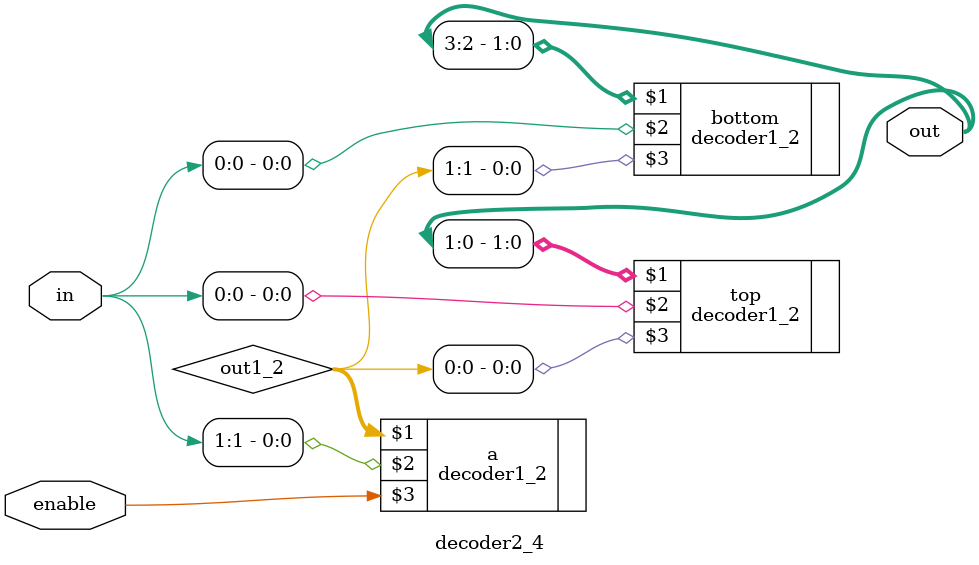
<source format=sv>
`timescale 1ns/1ps

module decoder2_4 (out, in, enable);
	output [3:0] out;
	input [1:0] in;
	input enable;
	
	logic [1:0] out1_2;
	
	decoder1_2 a (out1_2, in[1], enable);
	
	decoder1_2 top    (out[1:0], in[0], out1_2[0]);
	decoder1_2 bottom (out[3:2], in[0], out1_2[1]);
	
endmodule 
</source>
